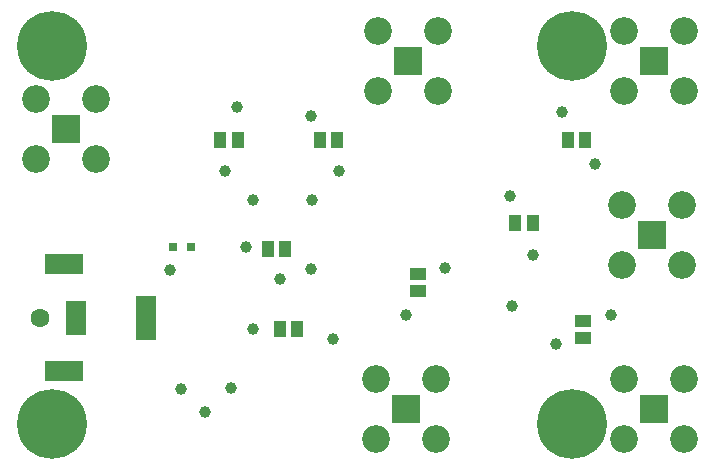
<source format=gts>
G04*
G04 #@! TF.GenerationSoftware,Altium Limited,Altium Designer,24.1.2 (44)*
G04*
G04 Layer_Color=8388736*
%FSLAX44Y44*%
%MOMM*%
G71*
G04*
G04 #@! TF.SameCoordinates,4DB1EA52-69EA-4262-BFD2-8653D691B8C7*
G04*
G04*
G04 #@! TF.FilePolarity,Negative*
G04*
G01*
G75*
%ADD15R,1.3562X1.0546*%
%ADD16R,1.0546X1.3562*%
%ADD17R,0.8000X0.8000*%
%ADD18C,5.9032*%
%ADD19R,2.3400X2.3400*%
%ADD20C,2.3400*%
%ADD21R,2.3400X2.3400*%
%ADD22R,3.2032X1.7032*%
%ADD23C,1.6032*%
%ADD24R,1.7032X3.7032*%
%ADD25R,1.7032X3.0032*%
%ADD26C,1.0032*%
D15*
X480000Y102742D02*
D03*
Y117258D02*
D03*
X340000Y157258D02*
D03*
Y142742D02*
D03*
D16*
X271258Y270000D02*
D03*
X256742D02*
D03*
X422500Y200000D02*
D03*
X437016D02*
D03*
X466742Y270000D02*
D03*
X481258D02*
D03*
X222742Y110000D02*
D03*
X237258D02*
D03*
X212742Y178500D02*
D03*
X227258D02*
D03*
X187258Y270000D02*
D03*
X172742D02*
D03*
D17*
X132500Y180000D02*
D03*
X147500D02*
D03*
D18*
X30000Y350000D02*
D03*
X470000Y30000D02*
D03*
Y350000D02*
D03*
X30000Y30000D02*
D03*
D19*
X540000Y42300D02*
D03*
Y337700D02*
D03*
X330000Y42300D02*
D03*
X331910Y337700D02*
D03*
D20*
X514600Y16900D02*
D03*
Y67700D02*
D03*
X565400Y16900D02*
D03*
Y67700D02*
D03*
X563100Y164600D02*
D03*
X512300D02*
D03*
X563100Y215400D02*
D03*
X512300D02*
D03*
X565400Y363100D02*
D03*
Y312300D02*
D03*
X514600Y363100D02*
D03*
Y312300D02*
D03*
X304600Y16900D02*
D03*
Y67700D02*
D03*
X355400Y16900D02*
D03*
Y67700D02*
D03*
X357310Y363100D02*
D03*
Y312300D02*
D03*
X306510Y363100D02*
D03*
Y312300D02*
D03*
X67700Y254600D02*
D03*
X16900D02*
D03*
X67700Y305400D02*
D03*
X16900D02*
D03*
D21*
X537700Y190000D02*
D03*
X42300Y280000D02*
D03*
D22*
X40000Y165000D02*
D03*
Y75000D02*
D03*
D23*
X20000Y120000D02*
D03*
D24*
X110000D02*
D03*
D25*
X50000D02*
D03*
D26*
X200000Y220000D02*
D03*
X194731Y179407D02*
D03*
X490000Y250000D02*
D03*
X176802Y244254D02*
D03*
X462000Y294000D02*
D03*
X363000Y162000D02*
D03*
X503000Y122000D02*
D03*
X418000Y223000D02*
D03*
X248992Y290862D02*
D03*
X223129Y152305D02*
D03*
X200113Y110500D02*
D03*
X139000Y60000D02*
D03*
X181223Y60023D02*
D03*
X159694Y40491D02*
D03*
X456740Y97550D02*
D03*
X419153Y129993D02*
D03*
X437258Y173258D02*
D03*
X330139Y121925D02*
D03*
X273000Y244000D02*
D03*
X249839Y219930D02*
D03*
X187000Y298000D02*
D03*
X130000Y160000D02*
D03*
X249020Y160980D02*
D03*
X268169Y101831D02*
D03*
M02*

</source>
